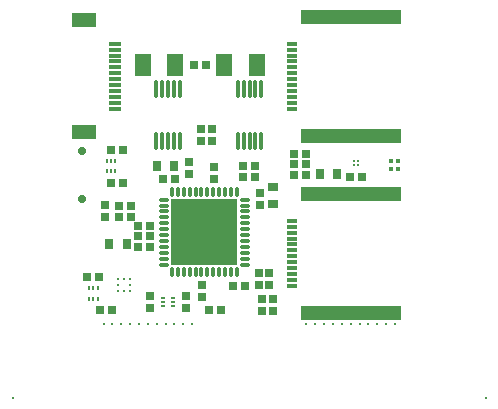
<source format=gbr>
%TF.GenerationSoftware,Altium Limited,Altium Designer,23.5.1 (21)*%
G04 Layer_Color=8388736*
%FSLAX45Y45*%
%MOMM*%
%TF.SameCoordinates,8EFB5E64-3944-4511-97F7-C7C57B94F044*%
%TF.FilePolarity,Negative*%
%TF.FileFunction,Soldermask,Top*%
%TF.Part,CustomerPanel*%
G01*
G75*
%TA.AperFunction,SMDPad,CuDef*%
G04:AMPARAMS|DCode=16|XSize=1.45mm|YSize=0.3mm|CornerRadius=0.0495mm|HoleSize=0mm|Usage=FLASHONLY|Rotation=90.000|XOffset=0mm|YOffset=0mm|HoleType=Round|Shape=RoundedRectangle|*
%AMROUNDEDRECTD16*
21,1,1.45000,0.20100,0,0,90.0*
21,1,1.35100,0.30000,0,0,90.0*
1,1,0.09900,0.10050,0.67550*
1,1,0.09900,0.10050,-0.67550*
1,1,0.09900,-0.10050,-0.67550*
1,1,0.09900,-0.10050,0.67550*
%
%ADD16ROUNDEDRECTD16*%
%TA.AperFunction,BGAPad,CuDef*%
%ADD17C,0.25000*%
%TA.AperFunction,ConnectorPad*%
%ADD41R,0.90080X0.35080*%
%ADD42R,1.10080X0.33080*%
%TA.AperFunction,SMDPad,CuDef*%
%ADD43R,0.65080X0.65080*%
%ADD44R,0.65080X0.65080*%
%ADD45R,0.75080X0.95080*%
%ADD46R,0.25080X0.40080*%
%ADD47R,0.37080X0.37080*%
%ADD48R,0.40080X0.25080*%
%ADD49R,5.65080X5.65080*%
%ADD50O,0.30080X0.85080*%
%ADD51O,0.85080X0.30080*%
%ADD52C,0.25880*%
%ADD53R,0.95080X0.75080*%
%ADD54R,1.35080X1.85080*%
%TA.AperFunction,WasherPad*%
%ADD55R,0.20320X0.20320*%
%ADD56C,0.20320*%
%TA.AperFunction,ConnectorPad*%
%ADD57R,8.55080X1.25080*%
%ADD58R,2.00080X1.25080*%
%TA.AperFunction,ComponentPad*%
%ADD59C,0.70080*%
%TA.AperFunction,ViaPad*%
%ADD60C,0.55080*%
D16*
X2252500Y2987497D02*
D03*
X2302500D02*
D03*
X2352500D02*
D03*
X2402500D02*
D03*
X2452500D02*
D03*
Y2547497D02*
D03*
X2402500D02*
D03*
X2352500D02*
D03*
X2302500D02*
D03*
X2252500D02*
D03*
X1562500Y2994997D02*
D03*
X1612500D02*
D03*
X1662500D02*
D03*
X1712500D02*
D03*
X1762500D02*
D03*
Y2554997D02*
D03*
X1712500D02*
D03*
X1662500D02*
D03*
X1612500D02*
D03*
X1562500D02*
D03*
D17*
X1240000Y1279997D02*
D03*
Y1329997D02*
D03*
Y1379997D02*
D03*
X1290000Y1279997D02*
D03*
Y1379997D02*
D03*
X1340000Y1279997D02*
D03*
Y1329997D02*
D03*
Y1379997D02*
D03*
D41*
X2707500Y3374997D02*
D03*
Y3324997D02*
D03*
Y3274997D02*
D03*
Y3224997D02*
D03*
Y3174997D02*
D03*
Y3124997D02*
D03*
Y3074997D02*
D03*
Y3024997D02*
D03*
Y2974997D02*
D03*
Y2924997D02*
D03*
Y2874997D02*
D03*
Y2824997D02*
D03*
Y1324997D02*
D03*
Y1374997D02*
D03*
Y1424997D02*
D03*
Y1474997D02*
D03*
Y1524997D02*
D03*
Y1574997D02*
D03*
Y1624997D02*
D03*
Y1674997D02*
D03*
Y1724997D02*
D03*
Y1774997D02*
D03*
Y1824997D02*
D03*
Y1874997D02*
D03*
D42*
X1215000Y3374997D02*
D03*
Y3324997D02*
D03*
Y3274997D02*
D03*
Y3224997D02*
D03*
Y3174997D02*
D03*
Y3124997D02*
D03*
Y3074997D02*
D03*
Y3024997D02*
D03*
Y2974997D02*
D03*
Y2924997D02*
D03*
Y2874997D02*
D03*
Y2824997D02*
D03*
D43*
X1410000Y1829997D02*
D03*
X1510000D02*
D03*
X1177500Y2197497D02*
D03*
X1277500D02*
D03*
X2830000Y2352497D02*
D03*
X2730000D02*
D03*
X2830000Y2442497D02*
D03*
X2730000D02*
D03*
X3200000Y2249997D02*
D03*
X3300000D02*
D03*
X1620000Y2229997D02*
D03*
X1720000D02*
D03*
X1177500Y2477497D02*
D03*
X1277500D02*
D03*
X2310000Y1319997D02*
D03*
X2210000D02*
D03*
X2830000Y2262497D02*
D03*
X2730000D02*
D03*
X1190000Y1119997D02*
D03*
X1090000D02*
D03*
X2400000Y2249997D02*
D03*
X2300000D02*
D03*
X2400000Y2339997D02*
D03*
X2300000D02*
D03*
X1250000Y1909997D02*
D03*
X1350000D02*
D03*
X1250000Y1999997D02*
D03*
X1350000D02*
D03*
X2110000Y1119997D02*
D03*
X2010000D02*
D03*
X1885000Y3194997D02*
D03*
X1985000D02*
D03*
X1080000Y1399997D02*
D03*
X980000D02*
D03*
D44*
X1510000Y1649997D02*
D03*
Y1749997D02*
D03*
X2430000Y1429997D02*
D03*
Y1329997D02*
D03*
X1810000Y1139997D02*
D03*
Y1239997D02*
D03*
X2550000Y1209997D02*
D03*
Y1109997D02*
D03*
X1125000Y2007497D02*
D03*
Y1907497D02*
D03*
X2050000Y2229997D02*
D03*
Y2329997D02*
D03*
X2030000Y2649997D02*
D03*
Y2549997D02*
D03*
X1940000D02*
D03*
Y2649997D02*
D03*
X2440000Y2109997D02*
D03*
Y2009997D02*
D03*
X1410000Y1649997D02*
D03*
Y1749997D02*
D03*
X1510000Y1239997D02*
D03*
Y1139997D02*
D03*
X1950000Y1229997D02*
D03*
Y1329997D02*
D03*
X1840000Y2269997D02*
D03*
Y2369997D02*
D03*
X2460000Y1209997D02*
D03*
Y1109997D02*
D03*
X2520000Y1329997D02*
D03*
Y1429997D02*
D03*
D45*
X2945000Y2269997D02*
D03*
X3095000D02*
D03*
X1165000Y1679997D02*
D03*
X1315000D02*
D03*
X1715000Y2339997D02*
D03*
X1565000D02*
D03*
D46*
X1065000Y1302497D02*
D03*
X1030000D02*
D03*
X995000D02*
D03*
X1065000Y1217497D02*
D03*
X1030000D02*
D03*
X995000D02*
D03*
X1212500Y2379997D02*
D03*
X1177500D02*
D03*
X1142500D02*
D03*
X1212500Y2294997D02*
D03*
X1177500D02*
D03*
X1142500D02*
D03*
D47*
X3547000Y2316997D02*
D03*
X3613000D02*
D03*
X3547000Y2382997D02*
D03*
X3613000D02*
D03*
D48*
X1617500Y1224997D02*
D03*
Y1189997D02*
D03*
Y1154997D02*
D03*
X1702500Y1224997D02*
D03*
Y1189997D02*
D03*
Y1154997D02*
D03*
D49*
X1970000Y1779997D02*
D03*
D50*
X1695000Y2119997D02*
D03*
X1745000D02*
D03*
X1795000D02*
D03*
X1845000D02*
D03*
X1895000D02*
D03*
X1945000D02*
D03*
X1995000D02*
D03*
X2045000D02*
D03*
X2095000D02*
D03*
X2145000D02*
D03*
X2195000D02*
D03*
X2245000D02*
D03*
Y1439997D02*
D03*
X2195000D02*
D03*
X2145000D02*
D03*
X2095000D02*
D03*
X2045000D02*
D03*
X1995000D02*
D03*
X1945000D02*
D03*
X1895000D02*
D03*
X1845000D02*
D03*
X1795000D02*
D03*
X1745000D02*
D03*
X1695000D02*
D03*
D51*
X2310000Y2054997D02*
D03*
Y2004997D02*
D03*
Y1954997D02*
D03*
Y1904997D02*
D03*
Y1854997D02*
D03*
Y1804997D02*
D03*
Y1754997D02*
D03*
Y1704997D02*
D03*
Y1654997D02*
D03*
Y1604997D02*
D03*
Y1554997D02*
D03*
Y1504997D02*
D03*
X1630000D02*
D03*
Y1554997D02*
D03*
Y1604997D02*
D03*
Y1654997D02*
D03*
Y1704997D02*
D03*
Y1754997D02*
D03*
Y1804997D02*
D03*
Y1854997D02*
D03*
Y1904997D02*
D03*
Y1954997D02*
D03*
Y2004997D02*
D03*
Y2054997D02*
D03*
D52*
X3235000Y2384997D02*
D03*
X3270000D02*
D03*
X3235000Y2349997D02*
D03*
X3270000D02*
D03*
D53*
X2550000Y2014997D02*
D03*
Y2164997D02*
D03*
D54*
X1722500Y3192497D02*
D03*
X1447500D02*
D03*
X2412500Y3194997D02*
D03*
X2137500D02*
D03*
D55*
X4350000Y375000D02*
D03*
X350000Y374997D02*
D03*
D56*
X3509000Y999999D02*
D03*
X3584000Y1000000D02*
D03*
X3359000Y999999D02*
D03*
X3434000D02*
D03*
X3209000D02*
D03*
X3284000Y1000000D02*
D03*
X3059000Y999999D02*
D03*
X3134000D02*
D03*
X2909000D02*
D03*
X2984000D02*
D03*
X2834000D02*
D03*
X1191000Y999997D02*
D03*
X1116000D02*
D03*
X1341000D02*
D03*
X1266000D02*
D03*
X1491000D02*
D03*
X1416000D02*
D03*
X1641000D02*
D03*
X1566000D02*
D03*
X1791000D02*
D03*
X1716000D02*
D03*
X1866000D02*
D03*
D57*
X3207500Y3604997D02*
D03*
Y2594997D02*
D03*
Y1094997D02*
D03*
Y2104997D02*
D03*
D58*
X950000Y3574997D02*
D03*
Y2624997D02*
D03*
D59*
X932486Y2059973D02*
D03*
X932485Y2464972D02*
D03*
D60*
X2190000Y1559997D02*
D03*
X2080000D02*
D03*
X1970000D02*
D03*
X1860000D02*
D03*
X1750000D02*
D03*
X2190000Y1669997D02*
D03*
X2080000D02*
D03*
X1970000D02*
D03*
X1860000D02*
D03*
X1750000D02*
D03*
X2190000Y1779997D02*
D03*
X2080000D02*
D03*
X1970000D02*
D03*
X1860000D02*
D03*
X1750000D02*
D03*
X2190000Y1889997D02*
D03*
X2080000D02*
D03*
X1970000D02*
D03*
X1860000D02*
D03*
X1750000D02*
D03*
X2190000Y1999997D02*
D03*
X2080000D02*
D03*
X1970000D02*
D03*
X1860000D02*
D03*
X1750000D02*
D03*
%TF.MD5,fb12e5ded15b29e158505b297c57c57c*%
M02*

</source>
